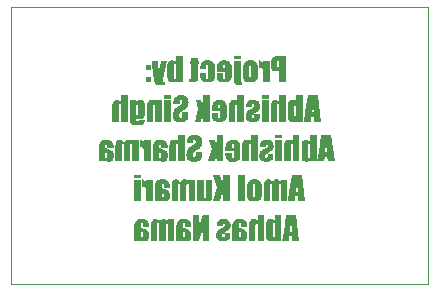
<source format=gbr>
%TF.GenerationSoftware,KiCad,Pcbnew,8.0.1*%
%TF.CreationDate,2024-04-10T08:00:09+05:30*%
%TF.ProjectId,AquaSense,41717561-5365-46e7-9365-2e6b69636164,V 1.0*%
%TF.SameCoordinates,Original*%
%TF.FileFunction,Legend,Bot*%
%TF.FilePolarity,Positive*%
%FSLAX46Y46*%
G04 Gerber Fmt 4.6, Leading zero omitted, Abs format (unit mm)*
G04 Created by KiCad (PCBNEW 8.0.1) date 2024-04-10 08:00:09*
%MOMM*%
%LPD*%
G01*
G04 APERTURE LIST*
%ADD10C,0.100000*%
%ADD11C,0.375000*%
G04 APERTURE END LIST*
D10*
X75678000Y-77272000D02*
X110948000Y-77272000D01*
X110948000Y-100752000D01*
X75678000Y-100752000D01*
X75678000Y-77272000D01*
D11*
G36*
X98958676Y-83612000D02*
G01*
X98380309Y-83612000D01*
X98380309Y-82705370D01*
X98224970Y-82705370D01*
X98213195Y-82705320D01*
X98113573Y-82700361D01*
X98016295Y-82685335D01*
X97918201Y-82654079D01*
X97896776Y-82643980D01*
X97813936Y-82586518D01*
X97756513Y-82506068D01*
X97753808Y-82499912D01*
X97726459Y-82399652D01*
X97715297Y-82296965D01*
X97712549Y-82198810D01*
X97712549Y-82129934D01*
X98196150Y-82129934D01*
X98198623Y-82192295D01*
X98227413Y-82291623D01*
X98240671Y-82304737D01*
X98337811Y-82330213D01*
X98380309Y-82328748D01*
X98380309Y-81767478D01*
X98328713Y-81769615D01*
X98231809Y-81801672D01*
X98206214Y-81850766D01*
X98196150Y-81948706D01*
X98196150Y-82129934D01*
X97712549Y-82129934D01*
X97712549Y-82007324D01*
X97714365Y-81899909D01*
X97720643Y-81800590D01*
X97735508Y-81702997D01*
X97765697Y-81616930D01*
X97821970Y-81534958D01*
X97834439Y-81522240D01*
X97919939Y-81464126D01*
X98012968Y-81428957D01*
X98073745Y-81414682D01*
X98178655Y-81400371D01*
X98277902Y-81394074D01*
X98375912Y-81392321D01*
X98958676Y-81392321D01*
X98958676Y-83612000D01*
G37*
G36*
X97014991Y-81798741D02*
G01*
X97036973Y-82060080D01*
X96987898Y-81965553D01*
X96920962Y-81878408D01*
X96843602Y-81816181D01*
X96742424Y-81775576D01*
X96686729Y-81767478D01*
X96686729Y-82424002D01*
X96789700Y-82429704D01*
X96886536Y-82452866D01*
X96910944Y-82464547D01*
X96983148Y-82534631D01*
X96998871Y-82576410D01*
X97009891Y-82675145D01*
X97013716Y-82776536D01*
X97014928Y-82875913D01*
X97014991Y-82907603D01*
X97014991Y-83612000D01*
X97569911Y-83612000D01*
X97569911Y-81798741D01*
X97014991Y-81798741D01*
G37*
G36*
X96033737Y-81769576D02*
G01*
X96133739Y-81781667D01*
X96234418Y-81808113D01*
X96331600Y-81853451D01*
X96412209Y-81912670D01*
X96481155Y-81990484D01*
X96529437Y-82081574D01*
X96553372Y-82159304D01*
X96572126Y-82263246D01*
X96581529Y-82370300D01*
X96584147Y-82475293D01*
X96584147Y-82939355D01*
X96583881Y-82981572D01*
X96580568Y-83084246D01*
X96572316Y-83182529D01*
X96553861Y-83285203D01*
X96547830Y-83306518D01*
X96510377Y-83398040D01*
X96453233Y-83481574D01*
X96429715Y-83505924D01*
X96349145Y-83563573D01*
X96254908Y-83603207D01*
X96238690Y-83608057D01*
X96141650Y-83629141D01*
X96041911Y-83640094D01*
X95942765Y-83643263D01*
X95852906Y-83639553D01*
X95751264Y-83624944D01*
X95650651Y-83596368D01*
X95604638Y-83576796D01*
X95516019Y-83522018D01*
X95442556Y-83450311D01*
X95418599Y-83418965D01*
X95369260Y-83334116D01*
X95337043Y-83237331D01*
X95327336Y-83181295D01*
X95323396Y-83140122D01*
X95867050Y-83140122D01*
X95868057Y-83194314D01*
X95883170Y-83294972D01*
X95948139Y-83330632D01*
X96012619Y-83291553D01*
X96025578Y-83224008D01*
X96029227Y-83122048D01*
X96029227Y-82294065D01*
X96027605Y-82216299D01*
X96012619Y-82116745D01*
X95946673Y-82080108D01*
X95882193Y-82116745D01*
X95869948Y-82190882D01*
X95867050Y-82294065D01*
X95867050Y-83140122D01*
X95323396Y-83140122D01*
X95317604Y-83079591D01*
X95313322Y-82979886D01*
X95312130Y-82879271D01*
X95312130Y-82435726D01*
X95313416Y-82356412D01*
X95320631Y-82250666D01*
X95338997Y-82149473D01*
X95340721Y-82143587D01*
X95380502Y-82050958D01*
X95438648Y-81966780D01*
X95473413Y-81929497D01*
X95553480Y-81868815D01*
X95645277Y-81822676D01*
X95662216Y-81815992D01*
X95762814Y-81786937D01*
X95865186Y-81771844D01*
X95966213Y-81767478D01*
X96033737Y-81769576D01*
G37*
G36*
X94549604Y-81392321D02*
G01*
X94549604Y-81673688D01*
X95121132Y-81673688D01*
X95121132Y-81392321D01*
X94549604Y-81392321D01*
G37*
G36*
X94549604Y-81798741D02*
G01*
X94549604Y-83230492D01*
X94550095Y-83333174D01*
X94551858Y-83431406D01*
X94556376Y-83533174D01*
X94559862Y-83572432D01*
X94587198Y-83670837D01*
X94623365Y-83729236D01*
X94698757Y-83797060D01*
X94765026Y-83829376D01*
X94867343Y-83852867D01*
X94967070Y-83860954D01*
X95030274Y-83862104D01*
X95244719Y-83862104D01*
X95244719Y-83580736D01*
X95147541Y-83569381D01*
X95133833Y-83558755D01*
X95123563Y-83461227D01*
X95121442Y-83357865D01*
X95121132Y-83284714D01*
X95121132Y-81798741D01*
X94549604Y-81798741D01*
G37*
G36*
X93791729Y-81768122D02*
G01*
X93893369Y-81777782D01*
X93998146Y-81802110D01*
X94094335Y-81840750D01*
X94178170Y-81892537D01*
X94251765Y-81964049D01*
X94305850Y-82050799D01*
X94334060Y-82125476D01*
X94356162Y-82224524D01*
X94367244Y-82325930D01*
X94370330Y-82424979D01*
X94370330Y-82953032D01*
X94368050Y-83058940D01*
X94360169Y-83158851D01*
X94341509Y-83260778D01*
X94335702Y-83280407D01*
X94294557Y-83373916D01*
X94237950Y-83454219D01*
X94202210Y-83490910D01*
X94120828Y-83549626D01*
X94028390Y-83592949D01*
X94019923Y-83596044D01*
X93921503Y-83623609D01*
X93823615Y-83638349D01*
X93717713Y-83643263D01*
X93620602Y-83639244D01*
X93515029Y-83623418D01*
X93416317Y-83592460D01*
X93372731Y-83571640D01*
X93288428Y-83514394D01*
X93217992Y-83440541D01*
X93208386Y-83427890D01*
X93153756Y-83342111D01*
X93118341Y-83250032D01*
X93108938Y-83200511D01*
X93099387Y-83099464D01*
X93096848Y-82994065D01*
X93096848Y-82861685D01*
X93622947Y-82861685D01*
X93622947Y-83101043D01*
X93625486Y-83183680D01*
X93644440Y-83283737D01*
X93728948Y-83330632D01*
X93797825Y-83294972D01*
X93811014Y-83236720D01*
X93815410Y-83134260D01*
X93815410Y-82736633D01*
X93096848Y-82736633D01*
X93096848Y-82496787D01*
X93097955Y-82455265D01*
X93653233Y-82455265D01*
X93815410Y-82455265D01*
X93815410Y-82315070D01*
X93813794Y-82218964D01*
X93801732Y-82117233D01*
X93730413Y-82080108D01*
X93668376Y-82123584D01*
X93655732Y-82211828D01*
X93653233Y-82315070D01*
X93653233Y-82455265D01*
X93097955Y-82455265D01*
X93099769Y-82387252D01*
X93108535Y-82289031D01*
X93125708Y-82190632D01*
X93157908Y-82088413D01*
X93161813Y-82079401D01*
X93216481Y-81987640D01*
X93284811Y-81915941D01*
X93370888Y-81855405D01*
X93451946Y-81816937D01*
X93555325Y-81786798D01*
X93658052Y-81771685D01*
X93756303Y-81767478D01*
X93791729Y-81768122D01*
G37*
G36*
X91696848Y-82486528D02*
G01*
X92220016Y-82486528D01*
X92220016Y-82272083D01*
X92225117Y-82173495D01*
X92238090Y-82120164D01*
X92304035Y-82080108D01*
X92368515Y-82114791D01*
X92384086Y-82214717D01*
X92385124Y-82269641D01*
X92385124Y-83134260D01*
X92376513Y-83233635D01*
X92360700Y-83281783D01*
X92287427Y-83330632D01*
X92211223Y-83278852D01*
X92194011Y-83178064D01*
X92191195Y-83082969D01*
X92191195Y-82861685D01*
X91696848Y-82861685D01*
X91698405Y-82963840D01*
X91702127Y-83062561D01*
X91710336Y-83167501D01*
X91712968Y-83188971D01*
X91737518Y-83285315D01*
X91782082Y-83376620D01*
X91804803Y-83412209D01*
X91869718Y-83490107D01*
X91947960Y-83552343D01*
X92007524Y-83585133D01*
X92100204Y-83618228D01*
X92196680Y-83636394D01*
X92304796Y-83643206D01*
X92316247Y-83643263D01*
X92414392Y-83639452D01*
X92515165Y-83625767D01*
X92614010Y-83598475D01*
X92688962Y-83563639D01*
X92773865Y-83501059D01*
X92839835Y-83423471D01*
X92883379Y-83339913D01*
X92913261Y-83238066D01*
X92929198Y-83139620D01*
X92937332Y-83041109D01*
X92940044Y-82931050D01*
X92940044Y-82416675D01*
X92937143Y-82308475D01*
X92926947Y-82203684D01*
X92904514Y-82099953D01*
X92893637Y-82068873D01*
X92843629Y-81984518D01*
X92771718Y-81913468D01*
X92694335Y-81859801D01*
X92603154Y-81815172D01*
X92501616Y-81785149D01*
X92402667Y-81770723D01*
X92323086Y-81767478D01*
X92218581Y-81773217D01*
X92121952Y-81790436D01*
X92022660Y-81823529D01*
X91952326Y-81859313D01*
X91866220Y-81921385D01*
X91794756Y-82000463D01*
X91747650Y-82090855D01*
X91720860Y-82189525D01*
X91705232Y-82297743D01*
X91698088Y-82409377D01*
X91696848Y-82486528D01*
G37*
G36*
X90954838Y-81548636D02*
G01*
X90954838Y-81830004D01*
X90805361Y-81830004D01*
X90805361Y-82111371D01*
X90954838Y-82111371D01*
X90954838Y-83105440D01*
X90953025Y-83204091D01*
X90940626Y-83301842D01*
X90936275Y-83309627D01*
X90835716Y-83329627D01*
X90781914Y-83330632D01*
X90781914Y-83612000D01*
X91005640Y-83612000D01*
X91103674Y-83610763D01*
X91207699Y-83605268D01*
X91276261Y-83596368D01*
X91370180Y-83560189D01*
X91419388Y-83523095D01*
X91478197Y-83444747D01*
X91496080Y-83391692D01*
X91506432Y-83288483D01*
X91510025Y-83181746D01*
X91511164Y-83076877D01*
X91511223Y-83043402D01*
X91511223Y-82111371D01*
X91630902Y-82111371D01*
X91630902Y-81830004D01*
X91511223Y-81830004D01*
X91511223Y-81548636D01*
X90954838Y-81548636D01*
G37*
G36*
X90195731Y-83612000D02*
G01*
X89676471Y-83612000D01*
X89640811Y-83470827D01*
X89571860Y-83542333D01*
X89486450Y-83600276D01*
X89404326Y-83631131D01*
X89304245Y-83643263D01*
X89254625Y-83640755D01*
X89156071Y-83618120D01*
X89069771Y-83571944D01*
X89057659Y-83562867D01*
X88988683Y-83493664D01*
X88943742Y-83402439D01*
X88927370Y-83314947D01*
X88919001Y-83209763D01*
X88916875Y-83105928D01*
X88916875Y-83081993D01*
X89471795Y-83081993D01*
X89474062Y-83187460D01*
X89487915Y-83288133D01*
X89555815Y-83330632D01*
X89623714Y-83289110D01*
X89637990Y-83202434D01*
X89640811Y-83100066D01*
X89640811Y-82309697D01*
X89639022Y-82217867D01*
X89625668Y-82118210D01*
X89559723Y-82080108D01*
X89489869Y-82123584D01*
X89474778Y-82210169D01*
X89471795Y-82309697D01*
X89471795Y-83081993D01*
X88916875Y-83081993D01*
X88916875Y-82290157D01*
X88917102Y-82230828D01*
X88918915Y-82132635D01*
X88926157Y-82028329D01*
X88933885Y-81993514D01*
X88978913Y-81902788D01*
X89021244Y-81855235D01*
X89106896Y-81803137D01*
X89204196Y-81775313D01*
X89304245Y-81767478D01*
X89393639Y-81776279D01*
X89487427Y-81807533D01*
X89568027Y-81857481D01*
X89640811Y-81928189D01*
X89640811Y-81392321D01*
X90195731Y-81392321D01*
X90195731Y-83612000D01*
G37*
G36*
X87579890Y-81798741D02*
G01*
X87739136Y-83107882D01*
X87752646Y-83217614D01*
X87767366Y-83328053D01*
X87782814Y-83431086D01*
X87801663Y-83532376D01*
X87832882Y-83629577D01*
X87882509Y-83714330D01*
X87886171Y-83718978D01*
X87961931Y-83786320D01*
X88050302Y-83827422D01*
X88146793Y-83848556D01*
X88254279Y-83858717D01*
X88357991Y-83861969D01*
X88386380Y-83862104D01*
X88722947Y-83862104D01*
X88722947Y-83580736D01*
X88622225Y-83577946D01*
X88556862Y-83568036D01*
X88519737Y-83509418D01*
X88535899Y-83409927D01*
X88553931Y-83318908D01*
X88857769Y-81798741D01*
X88353651Y-81798741D01*
X88171935Y-83050729D01*
X88084007Y-81798741D01*
X87579890Y-81798741D01*
G37*
G36*
X87068934Y-82173898D02*
G01*
X87068934Y-82611581D01*
X87487566Y-82611581D01*
X87487566Y-82173898D01*
X87068934Y-82173898D01*
G37*
G36*
X87068934Y-83174316D02*
G01*
X87068934Y-83612000D01*
X87487566Y-83612000D01*
X87487566Y-83174316D01*
X87068934Y-83174316D01*
G37*
G36*
X101936485Y-86972000D02*
G01*
X101337113Y-86972000D01*
X101302919Y-86565579D01*
X101095313Y-86565579D01*
X101066492Y-86972000D01*
X100474447Y-86972000D01*
X100591065Y-86190422D01*
X101111921Y-86190422D01*
X101309758Y-86190422D01*
X101305057Y-86129826D01*
X101294645Y-86014751D01*
X101283998Y-85910016D01*
X101271290Y-85794016D01*
X101256521Y-85666750D01*
X101244091Y-85563908D01*
X101230503Y-85454729D01*
X101215755Y-85339212D01*
X101199849Y-85217359D01*
X101191605Y-85324769D01*
X101183362Y-85428831D01*
X101175119Y-85529544D01*
X101166876Y-85626908D01*
X101155885Y-85751518D01*
X101144894Y-85870174D01*
X101133903Y-85982877D01*
X101122912Y-86089626D01*
X101111921Y-86190422D01*
X100591065Y-86190422D01*
X100805641Y-84752321D01*
X101642417Y-84752321D01*
X101936485Y-86972000D01*
G37*
G36*
X100400198Y-86972000D02*
G01*
X99880937Y-86972000D01*
X99845278Y-86830827D01*
X99776327Y-86902333D01*
X99690916Y-86960276D01*
X99608792Y-86991131D01*
X99508711Y-87003263D01*
X99459092Y-87000755D01*
X99360538Y-86978120D01*
X99274238Y-86931944D01*
X99262125Y-86922867D01*
X99193149Y-86853664D01*
X99148209Y-86762439D01*
X99131837Y-86674947D01*
X99123467Y-86569763D01*
X99121342Y-86465928D01*
X99121342Y-86441993D01*
X99676262Y-86441993D01*
X99678529Y-86547460D01*
X99692382Y-86648133D01*
X99760281Y-86690632D01*
X99828181Y-86649110D01*
X99842456Y-86562434D01*
X99845278Y-86460066D01*
X99845278Y-85669697D01*
X99843488Y-85577867D01*
X99830135Y-85478210D01*
X99764189Y-85440108D01*
X99694336Y-85483584D01*
X99679245Y-85570169D01*
X99676262Y-85669697D01*
X99676262Y-86441993D01*
X99121342Y-86441993D01*
X99121342Y-85650157D01*
X99121569Y-85590828D01*
X99123381Y-85492635D01*
X99130623Y-85388329D01*
X99138351Y-85353514D01*
X99183380Y-85262788D01*
X99225711Y-85215235D01*
X99311363Y-85163137D01*
X99408662Y-85135313D01*
X99508711Y-85127478D01*
X99598105Y-85136279D01*
X99691893Y-85167533D01*
X99772493Y-85217481D01*
X99845278Y-85288189D01*
X99845278Y-84752321D01*
X100400198Y-84752321D01*
X100400198Y-86972000D01*
G37*
G36*
X98391544Y-84752321D02*
G01*
X98391544Y-85262788D01*
X98312459Y-85200295D01*
X98237183Y-85161183D01*
X98140051Y-85133929D01*
X98059374Y-85127478D01*
X97956311Y-85137850D01*
X97858458Y-85172498D01*
X97811712Y-85201239D01*
X97737286Y-85270081D01*
X97689781Y-85359291D01*
X97686659Y-85371232D01*
X97671795Y-85475702D01*
X97665943Y-85578819D01*
X97663790Y-85691629D01*
X97663701Y-85722942D01*
X97663701Y-86972000D01*
X98218620Y-86972000D01*
X98218620Y-85689725D01*
X98220887Y-85586364D01*
X98233749Y-85488458D01*
X98234740Y-85485538D01*
X98305082Y-85440108D01*
X98373959Y-85487003D01*
X98389466Y-85587672D01*
X98391544Y-85672139D01*
X98391544Y-86972000D01*
X98946464Y-86972000D01*
X98946464Y-84752321D01*
X98391544Y-84752321D01*
G37*
G36*
X96909479Y-84752321D02*
G01*
X96909479Y-85033688D01*
X97481007Y-85033688D01*
X97481007Y-84752321D01*
X96909479Y-84752321D01*
G37*
G36*
X96909479Y-85158741D02*
G01*
X96909479Y-86972000D01*
X97481007Y-86972000D01*
X97481007Y-85158741D01*
X96909479Y-85158741D01*
G37*
G36*
X95581775Y-85752739D02*
G01*
X96073680Y-85752739D01*
X96073680Y-85647226D01*
X96076485Y-85547903D01*
X96088334Y-85476256D01*
X96160142Y-85440108D01*
X96229995Y-85470883D01*
X96253442Y-85563695D01*
X96246848Y-85663987D01*
X96241719Y-85686305D01*
X96178950Y-85766447D01*
X96171865Y-85772279D01*
X96082595Y-85829309D01*
X95995669Y-85875744D01*
X95932019Y-85907589D01*
X95834202Y-85958630D01*
X95741932Y-86015302D01*
X95663016Y-86076941D01*
X95614992Y-86129850D01*
X95568853Y-86221212D01*
X95546670Y-86317707D01*
X95539350Y-86420378D01*
X95539276Y-86432711D01*
X95542879Y-86537034D01*
X95555544Y-86638120D01*
X95583408Y-86738267D01*
X95596918Y-86768301D01*
X95656570Y-86851438D01*
X95734388Y-86913010D01*
X95789870Y-86942202D01*
X95889476Y-86976966D01*
X95991447Y-86996047D01*
X96092521Y-87003024D01*
X96116178Y-87003263D01*
X96218119Y-86999049D01*
X96323679Y-86984237D01*
X96419579Y-86958761D01*
X96478146Y-86935852D01*
X96570500Y-86883907D01*
X96645971Y-86814470D01*
X96685264Y-86753646D01*
X96717247Y-86660479D01*
X96733540Y-86563557D01*
X96740562Y-86461769D01*
X96741440Y-86405356D01*
X96741440Y-86315475D01*
X96249535Y-86315475D01*
X96249535Y-86439062D01*
X96246924Y-86541575D01*
X96232114Y-86640668D01*
X96230972Y-86643737D01*
X96157699Y-86690632D01*
X96075145Y-86661323D01*
X96052270Y-86565135D01*
X96051698Y-86537247D01*
X96058353Y-86436440D01*
X96081984Y-86374093D01*
X96168745Y-86314723D01*
X96261626Y-86259975D01*
X96352564Y-86208375D01*
X96404873Y-86179187D01*
X96489932Y-86128623D01*
X96572195Y-86071933D01*
X96651102Y-86002686D01*
X96703338Y-85930548D01*
X96737812Y-85832726D01*
X96754035Y-85730121D01*
X96756583Y-85664812D01*
X96752980Y-85563024D01*
X96740315Y-85465591D01*
X96712451Y-85371064D01*
X96698941Y-85343388D01*
X96633078Y-85261844D01*
X96552066Y-85206385D01*
X96503059Y-85183653D01*
X96402765Y-85151670D01*
X96302473Y-85134115D01*
X96204787Y-85127697D01*
X96182124Y-85127478D01*
X96084472Y-85131187D01*
X95986030Y-85144010D01*
X95889977Y-85168693D01*
X95873889Y-85174372D01*
X95780451Y-85217156D01*
X95696882Y-85279145D01*
X95678983Y-85297959D01*
X95619203Y-85380683D01*
X95596429Y-85440108D01*
X95584580Y-85537241D01*
X95581789Y-85636613D01*
X95581775Y-85645272D01*
X95581775Y-85752739D01*
G37*
G36*
X94843184Y-84752321D02*
G01*
X94843184Y-85262788D01*
X94764099Y-85200295D01*
X94688823Y-85161183D01*
X94591690Y-85133929D01*
X94511014Y-85127478D01*
X94407951Y-85137850D01*
X94310098Y-85172498D01*
X94263352Y-85201239D01*
X94188926Y-85270081D01*
X94141421Y-85359291D01*
X94138299Y-85371232D01*
X94123434Y-85475702D01*
X94117583Y-85578819D01*
X94115430Y-85691629D01*
X94115341Y-85722942D01*
X94115341Y-86972000D01*
X94670260Y-86972000D01*
X94670260Y-85689725D01*
X94672527Y-85586364D01*
X94685389Y-85488458D01*
X94686380Y-85485538D01*
X94756722Y-85440108D01*
X94825599Y-85487003D01*
X94841106Y-85587672D01*
X94843184Y-85672139D01*
X94843184Y-86972000D01*
X95398104Y-86972000D01*
X95398104Y-84752321D01*
X94843184Y-84752321D01*
G37*
G36*
X93370655Y-85128122D02*
G01*
X93472295Y-85137782D01*
X93577071Y-85162110D01*
X93673261Y-85200750D01*
X93757095Y-85252537D01*
X93830690Y-85324049D01*
X93884775Y-85410799D01*
X93912985Y-85485476D01*
X93935087Y-85584524D01*
X93946170Y-85685930D01*
X93949255Y-85784979D01*
X93949255Y-86313032D01*
X93946976Y-86418940D01*
X93939095Y-86518851D01*
X93920435Y-86620778D01*
X93914627Y-86640407D01*
X93873483Y-86733916D01*
X93816876Y-86814219D01*
X93781136Y-86850910D01*
X93699754Y-86909626D01*
X93607315Y-86952949D01*
X93598849Y-86956044D01*
X93500429Y-86983609D01*
X93402541Y-86998349D01*
X93296639Y-87003263D01*
X93199528Y-86999244D01*
X93093955Y-86983418D01*
X92995243Y-86952460D01*
X92951657Y-86931640D01*
X92867354Y-86874394D01*
X92796918Y-86800541D01*
X92787312Y-86787890D01*
X92732682Y-86702111D01*
X92697267Y-86610032D01*
X92687863Y-86560511D01*
X92678313Y-86459464D01*
X92675773Y-86354065D01*
X92675773Y-86221685D01*
X93201872Y-86221685D01*
X93201872Y-86461043D01*
X93204412Y-86543680D01*
X93223366Y-86643737D01*
X93307874Y-86690632D01*
X93376750Y-86654972D01*
X93389939Y-86596720D01*
X93394336Y-86494260D01*
X93394336Y-86096633D01*
X92675773Y-86096633D01*
X92675773Y-85856787D01*
X92676881Y-85815265D01*
X93232158Y-85815265D01*
X93394336Y-85815265D01*
X93394336Y-85675070D01*
X93392719Y-85578964D01*
X93380658Y-85477233D01*
X93309339Y-85440108D01*
X93247301Y-85483584D01*
X93234658Y-85571828D01*
X93232158Y-85675070D01*
X93232158Y-85815265D01*
X92676881Y-85815265D01*
X92678695Y-85747252D01*
X92687461Y-85649031D01*
X92704634Y-85550632D01*
X92736834Y-85448413D01*
X92740739Y-85439401D01*
X92795406Y-85347640D01*
X92863737Y-85275941D01*
X92949814Y-85215405D01*
X93030872Y-85176937D01*
X93134251Y-85146798D01*
X93236978Y-85131685D01*
X93335229Y-85127478D01*
X93370655Y-85128122D01*
G37*
G36*
X91307525Y-85158741D02*
G01*
X91532717Y-85893423D01*
X91240114Y-86972000D01*
X91774517Y-86972000D01*
X91947441Y-86190911D01*
X91947441Y-86972000D01*
X92502361Y-86972000D01*
X92502361Y-84752321D01*
X91947441Y-84752321D01*
X91947441Y-85697540D01*
X91774517Y-85158741D01*
X91307525Y-85158741D01*
G37*
G36*
X89429786Y-85440108D02*
G01*
X89967120Y-85440108D01*
X89967120Y-85275000D01*
X89972910Y-85176087D01*
X89987636Y-85127966D01*
X90056513Y-85096214D01*
X90135159Y-85136270D01*
X90161370Y-85232600D01*
X90162026Y-85256926D01*
X90152443Y-85357356D01*
X90131740Y-85413242D01*
X90060146Y-85486567D01*
X89976420Y-85543880D01*
X89968097Y-85549041D01*
X89876086Y-85607399D01*
X89793005Y-85662797D01*
X89701713Y-85727879D01*
X89624373Y-85788334D01*
X89549984Y-85854772D01*
X89482054Y-85932990D01*
X89433646Y-86028075D01*
X89403918Y-86136145D01*
X89388173Y-86248888D01*
X89382305Y-86359032D01*
X89381914Y-86398517D01*
X89385395Y-86507602D01*
X89397631Y-86612003D01*
X89424550Y-86713262D01*
X89437602Y-86742900D01*
X89499939Y-86826793D01*
X89579385Y-86888713D01*
X89652535Y-86928524D01*
X89746246Y-86964653D01*
X89848225Y-86988957D01*
X89945816Y-87000635D01*
X90023296Y-87003263D01*
X90121751Y-86999055D01*
X90226256Y-86983943D01*
X90322213Y-86957839D01*
X90419946Y-86915335D01*
X90503306Y-86862089D01*
X90574899Y-86794045D01*
X90628087Y-86708397D01*
X90634880Y-86691609D01*
X90661670Y-86595266D01*
X90677298Y-86489470D01*
X90684442Y-86380248D01*
X90685683Y-86304728D01*
X90685683Y-86159159D01*
X90148348Y-86159159D01*
X90148348Y-86430757D01*
X90143411Y-86528810D01*
X90125878Y-86592446D01*
X90045278Y-86628106D01*
X89959793Y-86583165D01*
X89932816Y-86485945D01*
X89931461Y-86449320D01*
X89935711Y-86350114D01*
X89954602Y-86251138D01*
X89985194Y-86193842D01*
X90063827Y-86126683D01*
X90146864Y-86068104D01*
X90229027Y-86014209D01*
X90255327Y-85997471D01*
X90342822Y-85940947D01*
X90425758Y-85884992D01*
X90510083Y-85823110D01*
X90541579Y-85796703D01*
X90605449Y-85721110D01*
X90654457Y-85628281D01*
X90657350Y-85621337D01*
X90687080Y-85520128D01*
X90700398Y-85418371D01*
X90703268Y-85335084D01*
X90700159Y-85231711D01*
X90688993Y-85129426D01*
X90663614Y-85025356D01*
X90638299Y-84968231D01*
X90577941Y-84888181D01*
X90495051Y-84822418D01*
X90427274Y-84786515D01*
X90330378Y-84751996D01*
X90233057Y-84731860D01*
X90126153Y-84722080D01*
X90075564Y-84721057D01*
X89967120Y-84725606D01*
X89866980Y-84739254D01*
X89764250Y-84765481D01*
X89691614Y-84793842D01*
X89602885Y-84843005D01*
X89524117Y-84911699D01*
X89481565Y-84977024D01*
X89452085Y-85071162D01*
X89437067Y-85175319D01*
X89431050Y-85273212D01*
X89429786Y-85352181D01*
X89429786Y-85440108D01*
G37*
G36*
X88652117Y-84752321D02*
G01*
X88652117Y-85033688D01*
X89223645Y-85033688D01*
X89223645Y-84752321D01*
X88652117Y-84752321D01*
G37*
G36*
X88652117Y-85158741D02*
G01*
X88652117Y-86972000D01*
X89223645Y-86972000D01*
X89223645Y-85158741D01*
X88652117Y-85158741D01*
G37*
G36*
X87893498Y-85158741D02*
G01*
X87902780Y-85322872D01*
X87840197Y-85242014D01*
X87760665Y-85179427D01*
X87755257Y-85176326D01*
X87661223Y-85139690D01*
X87561089Y-85127525D01*
X87554001Y-85127478D01*
X87454075Y-85136889D01*
X87356248Y-85171657D01*
X87320505Y-85194400D01*
X87249600Y-85264761D01*
X87205438Y-85356611D01*
X87203756Y-85362928D01*
X87186678Y-85467974D01*
X87179954Y-85567052D01*
X87177481Y-85673221D01*
X87177378Y-85702425D01*
X87177378Y-86972000D01*
X87732298Y-86972000D01*
X87732298Y-85710729D01*
X87733538Y-85607546D01*
X87740050Y-85506617D01*
X87744999Y-85481630D01*
X87813387Y-85440108D01*
X87887636Y-85487491D01*
X87899881Y-85590875D01*
X87902543Y-85691587D01*
X87902780Y-85740527D01*
X87902780Y-86972000D01*
X88457699Y-86972000D01*
X88457699Y-85158741D01*
X87893498Y-85158741D01*
G37*
G36*
X86645047Y-85127587D02*
G01*
X86743038Y-85138449D01*
X86841815Y-85175863D01*
X86917504Y-85239829D01*
X86958323Y-85305012D01*
X86990304Y-85399873D01*
X87006340Y-85503332D01*
X87010805Y-85608636D01*
X87010805Y-86261253D01*
X87009098Y-86335568D01*
X86999522Y-86436575D01*
X86975145Y-86537247D01*
X86972857Y-86543256D01*
X86920024Y-86629535D01*
X86842766Y-86693563D01*
X86797736Y-86716784D01*
X86700838Y-86744777D01*
X86596080Y-86753158D01*
X86527039Y-86747595D01*
X86430484Y-86719452D01*
X86358012Y-86680662D01*
X86280030Y-86619313D01*
X86280030Y-86766347D01*
X86281653Y-86830635D01*
X86300546Y-86932432D01*
X86384566Y-86972000D01*
X86447678Y-86944522D01*
X86472493Y-86846947D01*
X87010805Y-86846947D01*
X87003329Y-86938538D01*
X86976370Y-87041853D01*
X86922832Y-87132391D01*
X86844719Y-87195726D01*
X86834573Y-87201196D01*
X86734066Y-87242609D01*
X86630843Y-87267613D01*
X86529804Y-87280376D01*
X86418760Y-87284630D01*
X86366049Y-87283867D01*
X86255822Y-87276568D01*
X86157187Y-87261542D01*
X86061188Y-87235782D01*
X86001990Y-87212521D01*
X85914429Y-87162855D01*
X85839416Y-87095098D01*
X85782221Y-87016518D01*
X85746604Y-86920709D01*
X85739648Y-86849296D01*
X85735591Y-86751661D01*
X85733878Y-86653871D01*
X85733415Y-86554833D01*
X85733415Y-86197750D01*
X86289800Y-86197750D01*
X86292135Y-86298294D01*
X86306408Y-86396563D01*
X86377727Y-86440527D01*
X86440742Y-86404379D01*
X86452099Y-86346371D01*
X86455885Y-86245621D01*
X86455885Y-85633549D01*
X86454664Y-85580670D01*
X86436345Y-85479187D01*
X86367957Y-85440108D01*
X86304454Y-85474302D01*
X86293463Y-85531211D01*
X86289800Y-85633549D01*
X86289800Y-86197750D01*
X85733415Y-86197750D01*
X85733415Y-85158741D01*
X86249744Y-85158741D01*
X86289800Y-85299913D01*
X86357076Y-85228758D01*
X86443184Y-85170953D01*
X86533432Y-85138346D01*
X86633205Y-85127478D01*
X86645047Y-85127587D01*
G37*
G36*
X84987497Y-84752321D02*
G01*
X84987497Y-85262788D01*
X84908412Y-85200295D01*
X84833135Y-85161183D01*
X84736003Y-85133929D01*
X84655327Y-85127478D01*
X84552264Y-85137850D01*
X84454411Y-85172498D01*
X84407664Y-85201239D01*
X84333239Y-85270081D01*
X84285734Y-85359291D01*
X84282612Y-85371232D01*
X84267747Y-85475702D01*
X84261895Y-85578819D01*
X84259743Y-85691629D01*
X84259653Y-85722942D01*
X84259653Y-86972000D01*
X84814573Y-86972000D01*
X84814573Y-85689725D01*
X84816840Y-85586364D01*
X84829701Y-85488458D01*
X84830693Y-85485538D01*
X84901035Y-85440108D01*
X84969911Y-85487003D01*
X84985419Y-85587672D01*
X84987497Y-85672139D01*
X84987497Y-86972000D01*
X85542417Y-86972000D01*
X85542417Y-84752321D01*
X84987497Y-84752321D01*
G37*
G36*
X103086380Y-90332000D02*
G01*
X102487008Y-90332000D01*
X102452814Y-89925579D01*
X102245208Y-89925579D01*
X102216387Y-90332000D01*
X101624342Y-90332000D01*
X101740960Y-89550422D01*
X102261816Y-89550422D01*
X102459653Y-89550422D01*
X102454952Y-89489826D01*
X102444540Y-89374751D01*
X102433893Y-89270016D01*
X102421185Y-89154016D01*
X102406416Y-89026750D01*
X102393986Y-88923908D01*
X102380398Y-88814729D01*
X102365650Y-88699212D01*
X102349744Y-88577359D01*
X102341500Y-88684769D01*
X102333257Y-88788831D01*
X102325014Y-88889544D01*
X102316771Y-88986908D01*
X102305780Y-89111518D01*
X102294789Y-89230174D01*
X102283798Y-89342877D01*
X102272807Y-89449626D01*
X102261816Y-89550422D01*
X101740960Y-89550422D01*
X101955536Y-88112321D01*
X102792312Y-88112321D01*
X103086380Y-90332000D01*
G37*
G36*
X101550093Y-90332000D02*
G01*
X101030832Y-90332000D01*
X100995173Y-90190827D01*
X100926222Y-90262333D01*
X100840811Y-90320276D01*
X100758687Y-90351131D01*
X100658606Y-90363263D01*
X100608987Y-90360755D01*
X100510433Y-90338120D01*
X100424133Y-90291944D01*
X100412020Y-90282867D01*
X100343044Y-90213664D01*
X100298104Y-90122439D01*
X100281732Y-90034947D01*
X100273362Y-89929763D01*
X100271237Y-89825928D01*
X100271237Y-89801993D01*
X100826157Y-89801993D01*
X100828424Y-89907460D01*
X100842277Y-90008133D01*
X100910176Y-90050632D01*
X100978076Y-90009110D01*
X100992351Y-89922434D01*
X100995173Y-89820066D01*
X100995173Y-89029697D01*
X100993383Y-88937867D01*
X100980030Y-88838210D01*
X100914084Y-88800108D01*
X100844231Y-88843584D01*
X100829140Y-88930169D01*
X100826157Y-89029697D01*
X100826157Y-89801993D01*
X100271237Y-89801993D01*
X100271237Y-89010157D01*
X100271464Y-88950828D01*
X100273276Y-88852635D01*
X100280518Y-88748329D01*
X100288246Y-88713514D01*
X100333275Y-88622788D01*
X100375606Y-88575235D01*
X100461258Y-88523137D01*
X100558557Y-88495313D01*
X100658606Y-88487478D01*
X100748000Y-88496279D01*
X100841788Y-88527533D01*
X100922388Y-88577481D01*
X100995173Y-88648189D01*
X100995173Y-88112321D01*
X101550093Y-88112321D01*
X101550093Y-90332000D01*
G37*
G36*
X99541439Y-88112321D02*
G01*
X99541439Y-88622788D01*
X99462354Y-88560295D01*
X99387078Y-88521183D01*
X99289946Y-88493929D01*
X99209269Y-88487478D01*
X99106206Y-88497850D01*
X99008353Y-88532498D01*
X98961607Y-88561239D01*
X98887181Y-88630081D01*
X98839676Y-88719291D01*
X98836554Y-88731232D01*
X98821690Y-88835702D01*
X98815838Y-88938819D01*
X98813685Y-89051629D01*
X98813596Y-89082942D01*
X98813596Y-90332000D01*
X99368515Y-90332000D01*
X99368515Y-89049725D01*
X99370782Y-88946364D01*
X99383644Y-88848458D01*
X99384635Y-88845538D01*
X99454977Y-88800108D01*
X99523854Y-88847003D01*
X99539361Y-88947672D01*
X99541439Y-89032139D01*
X99541439Y-90332000D01*
X100096359Y-90332000D01*
X100096359Y-88112321D01*
X99541439Y-88112321D01*
G37*
G36*
X98059374Y-88112321D02*
G01*
X98059374Y-88393688D01*
X98630902Y-88393688D01*
X98630902Y-88112321D01*
X98059374Y-88112321D01*
G37*
G36*
X98059374Y-88518741D02*
G01*
X98059374Y-90332000D01*
X98630902Y-90332000D01*
X98630902Y-88518741D01*
X98059374Y-88518741D01*
G37*
G36*
X96731670Y-89112739D02*
G01*
X97223575Y-89112739D01*
X97223575Y-89007226D01*
X97226380Y-88907903D01*
X97238229Y-88836256D01*
X97310037Y-88800108D01*
X97379890Y-88830883D01*
X97403337Y-88923695D01*
X97396743Y-89023987D01*
X97391614Y-89046305D01*
X97328845Y-89126447D01*
X97321760Y-89132279D01*
X97232490Y-89189309D01*
X97145564Y-89235744D01*
X97081914Y-89267589D01*
X96984097Y-89318630D01*
X96891827Y-89375302D01*
X96812911Y-89436941D01*
X96764887Y-89489850D01*
X96718748Y-89581212D01*
X96696565Y-89677707D01*
X96689245Y-89780378D01*
X96689171Y-89792711D01*
X96692774Y-89897034D01*
X96705439Y-89998120D01*
X96733303Y-90098267D01*
X96746813Y-90128301D01*
X96806465Y-90211438D01*
X96884283Y-90273010D01*
X96939765Y-90302202D01*
X97039371Y-90336966D01*
X97141342Y-90356047D01*
X97242416Y-90363024D01*
X97266073Y-90363263D01*
X97368014Y-90359049D01*
X97473574Y-90344237D01*
X97569474Y-90318761D01*
X97628041Y-90295852D01*
X97720395Y-90243907D01*
X97795866Y-90174470D01*
X97835159Y-90113646D01*
X97867142Y-90020479D01*
X97883435Y-89923557D01*
X97890457Y-89821769D01*
X97891335Y-89765356D01*
X97891335Y-89675475D01*
X97399430Y-89675475D01*
X97399430Y-89799062D01*
X97396819Y-89901575D01*
X97382009Y-90000668D01*
X97380867Y-90003737D01*
X97307594Y-90050632D01*
X97225040Y-90021323D01*
X97202165Y-89925135D01*
X97201593Y-89897247D01*
X97208248Y-89796440D01*
X97231879Y-89734093D01*
X97318640Y-89674723D01*
X97411521Y-89619975D01*
X97502459Y-89568375D01*
X97554768Y-89539187D01*
X97639827Y-89488623D01*
X97722090Y-89431933D01*
X97800997Y-89362686D01*
X97853233Y-89290548D01*
X97887707Y-89192726D01*
X97903930Y-89090121D01*
X97906478Y-89024812D01*
X97902875Y-88923024D01*
X97890210Y-88825591D01*
X97862346Y-88731064D01*
X97848836Y-88703388D01*
X97782973Y-88621844D01*
X97701961Y-88566385D01*
X97652954Y-88543653D01*
X97552660Y-88511670D01*
X97452368Y-88494115D01*
X97354682Y-88487697D01*
X97332019Y-88487478D01*
X97234367Y-88491187D01*
X97135925Y-88504010D01*
X97039872Y-88528693D01*
X97023784Y-88534372D01*
X96930346Y-88577156D01*
X96846777Y-88639145D01*
X96828878Y-88657959D01*
X96769098Y-88740683D01*
X96746324Y-88800108D01*
X96734475Y-88897241D01*
X96731684Y-88996613D01*
X96731670Y-89005272D01*
X96731670Y-89112739D01*
G37*
G36*
X95993079Y-88112321D02*
G01*
X95993079Y-88622788D01*
X95913994Y-88560295D01*
X95838718Y-88521183D01*
X95741585Y-88493929D01*
X95660909Y-88487478D01*
X95557846Y-88497850D01*
X95459993Y-88532498D01*
X95413247Y-88561239D01*
X95338821Y-88630081D01*
X95291316Y-88719291D01*
X95288194Y-88731232D01*
X95273329Y-88835702D01*
X95267478Y-88938819D01*
X95265325Y-89051629D01*
X95265236Y-89082942D01*
X95265236Y-90332000D01*
X95820155Y-90332000D01*
X95820155Y-89049725D01*
X95822422Y-88946364D01*
X95835284Y-88848458D01*
X95836275Y-88845538D01*
X95906617Y-88800108D01*
X95975494Y-88847003D01*
X95991001Y-88947672D01*
X95993079Y-89032139D01*
X95993079Y-90332000D01*
X96547999Y-90332000D01*
X96547999Y-88112321D01*
X95993079Y-88112321D01*
G37*
G36*
X94520550Y-88488122D02*
G01*
X94622190Y-88497782D01*
X94726966Y-88522110D01*
X94823156Y-88560750D01*
X94906990Y-88612537D01*
X94980585Y-88684049D01*
X95034670Y-88770799D01*
X95062880Y-88845476D01*
X95084982Y-88944524D01*
X95096065Y-89045930D01*
X95099150Y-89144979D01*
X95099150Y-89673032D01*
X95096871Y-89778940D01*
X95088990Y-89878851D01*
X95070330Y-89980778D01*
X95064522Y-90000407D01*
X95023378Y-90093916D01*
X94966771Y-90174219D01*
X94931031Y-90210910D01*
X94849649Y-90269626D01*
X94757210Y-90312949D01*
X94748744Y-90316044D01*
X94650324Y-90343609D01*
X94552436Y-90358349D01*
X94446534Y-90363263D01*
X94349423Y-90359244D01*
X94243850Y-90343418D01*
X94145138Y-90312460D01*
X94101552Y-90291640D01*
X94017249Y-90234394D01*
X93946813Y-90160541D01*
X93937207Y-90147890D01*
X93882577Y-90062111D01*
X93847162Y-89970032D01*
X93837758Y-89920511D01*
X93828208Y-89819464D01*
X93825668Y-89714065D01*
X93825668Y-89581685D01*
X94351767Y-89581685D01*
X94351767Y-89821043D01*
X94354307Y-89903680D01*
X94373261Y-90003737D01*
X94457769Y-90050632D01*
X94526645Y-90014972D01*
X94539834Y-89956720D01*
X94544231Y-89854260D01*
X94544231Y-89456633D01*
X93825668Y-89456633D01*
X93825668Y-89216787D01*
X93826776Y-89175265D01*
X94382053Y-89175265D01*
X94544231Y-89175265D01*
X94544231Y-89035070D01*
X94542614Y-88938964D01*
X94530553Y-88837233D01*
X94459234Y-88800108D01*
X94397196Y-88843584D01*
X94384553Y-88931828D01*
X94382053Y-89035070D01*
X94382053Y-89175265D01*
X93826776Y-89175265D01*
X93828590Y-89107252D01*
X93837356Y-89009031D01*
X93854529Y-88910632D01*
X93886729Y-88808413D01*
X93890634Y-88799401D01*
X93945301Y-88707640D01*
X94013632Y-88635941D01*
X94099709Y-88575405D01*
X94180767Y-88536937D01*
X94284146Y-88506798D01*
X94386873Y-88491685D01*
X94485124Y-88487478D01*
X94520550Y-88488122D01*
G37*
G36*
X92457420Y-88518741D02*
G01*
X92682612Y-89253423D01*
X92390009Y-90332000D01*
X92924412Y-90332000D01*
X93097336Y-89550911D01*
X93097336Y-90332000D01*
X93652256Y-90332000D01*
X93652256Y-88112321D01*
X93097336Y-88112321D01*
X93097336Y-89057540D01*
X92924412Y-88518741D01*
X92457420Y-88518741D01*
G37*
G36*
X90579681Y-88800108D02*
G01*
X91117015Y-88800108D01*
X91117015Y-88635000D01*
X91122805Y-88536087D01*
X91137531Y-88487966D01*
X91206408Y-88456214D01*
X91285054Y-88496270D01*
X91311265Y-88592600D01*
X91311921Y-88616926D01*
X91302338Y-88717356D01*
X91281635Y-88773242D01*
X91210041Y-88846567D01*
X91126315Y-88903880D01*
X91117992Y-88909041D01*
X91025981Y-88967399D01*
X90942900Y-89022797D01*
X90851608Y-89087879D01*
X90774268Y-89148334D01*
X90699879Y-89214772D01*
X90631949Y-89292990D01*
X90583541Y-89388075D01*
X90553813Y-89496145D01*
X90538068Y-89608888D01*
X90532200Y-89719032D01*
X90531809Y-89758517D01*
X90535290Y-89867602D01*
X90547526Y-89972003D01*
X90574445Y-90073262D01*
X90587497Y-90102900D01*
X90649834Y-90186793D01*
X90729280Y-90248713D01*
X90802430Y-90288524D01*
X90896141Y-90324653D01*
X90998120Y-90348957D01*
X91095711Y-90360635D01*
X91173191Y-90363263D01*
X91271646Y-90359055D01*
X91376151Y-90343943D01*
X91472108Y-90317839D01*
X91569841Y-90275335D01*
X91653201Y-90222089D01*
X91724794Y-90154045D01*
X91777982Y-90068397D01*
X91784775Y-90051609D01*
X91811565Y-89955266D01*
X91827193Y-89849470D01*
X91834337Y-89740248D01*
X91835578Y-89664728D01*
X91835578Y-89519159D01*
X91298243Y-89519159D01*
X91298243Y-89790757D01*
X91293306Y-89888810D01*
X91275773Y-89952446D01*
X91195173Y-89988106D01*
X91109688Y-89943165D01*
X91082711Y-89845945D01*
X91081356Y-89809320D01*
X91085606Y-89710114D01*
X91104497Y-89611138D01*
X91135089Y-89553842D01*
X91213722Y-89486683D01*
X91296759Y-89428104D01*
X91378922Y-89374209D01*
X91405222Y-89357471D01*
X91492717Y-89300947D01*
X91575653Y-89244992D01*
X91659978Y-89183110D01*
X91691474Y-89156703D01*
X91755344Y-89081110D01*
X91804352Y-88988281D01*
X91807245Y-88981337D01*
X91836975Y-88880128D01*
X91850293Y-88778371D01*
X91853163Y-88695084D01*
X91850054Y-88591711D01*
X91838888Y-88489426D01*
X91813509Y-88385356D01*
X91788194Y-88328231D01*
X91727836Y-88248181D01*
X91644946Y-88182418D01*
X91577169Y-88146515D01*
X91480273Y-88111996D01*
X91382952Y-88091860D01*
X91276048Y-88082080D01*
X91225459Y-88081057D01*
X91117015Y-88085606D01*
X91016875Y-88099254D01*
X90914145Y-88125481D01*
X90841509Y-88153842D01*
X90752780Y-88203005D01*
X90674012Y-88271699D01*
X90631460Y-88337024D01*
X90601980Y-88431162D01*
X90586962Y-88535319D01*
X90580945Y-88633212D01*
X90579681Y-88712181D01*
X90579681Y-88800108D01*
G37*
G36*
X89818620Y-88112321D02*
G01*
X89818620Y-88622788D01*
X89739535Y-88560295D01*
X89664259Y-88521183D01*
X89567126Y-88493929D01*
X89486450Y-88487478D01*
X89383387Y-88497850D01*
X89285534Y-88532498D01*
X89238788Y-88561239D01*
X89164362Y-88630081D01*
X89116857Y-88719291D01*
X89113735Y-88731232D01*
X89098870Y-88835702D01*
X89093018Y-88938819D01*
X89090866Y-89051629D01*
X89090776Y-89082942D01*
X89090776Y-90332000D01*
X89645696Y-90332000D01*
X89645696Y-89049725D01*
X89647963Y-88946364D01*
X89660824Y-88848458D01*
X89661816Y-88845538D01*
X89732158Y-88800108D01*
X89801035Y-88847003D01*
X89816542Y-88947672D01*
X89818620Y-89032139D01*
X89818620Y-90332000D01*
X90373540Y-90332000D01*
X90373540Y-88112321D01*
X89818620Y-88112321D01*
G37*
G36*
X88391610Y-88490483D02*
G01*
X88495184Y-88503840D01*
X88598641Y-88531639D01*
X88688264Y-88572963D01*
X88755645Y-88617354D01*
X88828253Y-88683775D01*
X88884147Y-88770311D01*
X88887152Y-88777364D01*
X88915774Y-88876362D01*
X88929132Y-88979116D01*
X88932996Y-89087338D01*
X88932996Y-89206528D01*
X88412270Y-89206528D01*
X88412270Y-89019927D01*
X88410934Y-88938134D01*
X88398592Y-88835768D01*
X88328250Y-88800108D01*
X88257908Y-88842118D01*
X88240529Y-88919982D01*
X88236415Y-89022858D01*
X88237636Y-89073691D01*
X88255954Y-89170869D01*
X88272029Y-89187281D01*
X88357758Y-89235046D01*
X88454600Y-89277956D01*
X88548069Y-89315949D01*
X88594380Y-89334328D01*
X88689348Y-89375541D01*
X88784523Y-89425094D01*
X88868515Y-89489850D01*
X88907808Y-89564314D01*
X88927895Y-89664917D01*
X88932996Y-89770241D01*
X88932996Y-89921183D01*
X88930026Y-90003131D01*
X88915891Y-90101869D01*
X88880613Y-90201410D01*
X88811363Y-90281197D01*
X88741051Y-90320867D01*
X88641411Y-90353565D01*
X88544161Y-90363263D01*
X88446616Y-90352529D01*
X88352675Y-90314414D01*
X88275447Y-90248207D01*
X88221272Y-90166891D01*
X88221272Y-90332000D01*
X87681495Y-90332000D01*
X87681495Y-89456633D01*
X88236415Y-89456633D01*
X88236415Y-89842537D01*
X88237989Y-89920485D01*
X88252535Y-90017415D01*
X88320434Y-90050632D01*
X88393707Y-90008133D01*
X88409206Y-89921330D01*
X88412270Y-89820066D01*
X88408803Y-89726629D01*
X88391265Y-89625161D01*
X88379272Y-89598548D01*
X88314879Y-89521948D01*
X88236415Y-89456633D01*
X87681495Y-89456633D01*
X87681495Y-89422928D01*
X87681608Y-89367944D01*
X87682508Y-89265133D01*
X87684901Y-89150036D01*
X87688700Y-89049847D01*
X87696384Y-88934626D01*
X87710316Y-88829418D01*
X87743637Y-88735715D01*
X87803971Y-88652748D01*
X87882263Y-88586640D01*
X87900636Y-88574632D01*
X87996777Y-88530183D01*
X88100725Y-88503843D01*
X88205955Y-88490964D01*
X88306757Y-88487478D01*
X88391610Y-88490483D01*
G37*
G36*
X86942416Y-88518741D02*
G01*
X86964398Y-88780080D01*
X86915323Y-88685553D01*
X86848387Y-88598408D01*
X86771027Y-88536181D01*
X86669849Y-88495576D01*
X86614154Y-88487478D01*
X86614154Y-89144002D01*
X86717125Y-89149704D01*
X86813961Y-89172866D01*
X86838369Y-89184547D01*
X86910573Y-89254631D01*
X86926296Y-89296410D01*
X86937316Y-89395145D01*
X86941141Y-89496536D01*
X86942353Y-89595913D01*
X86942416Y-89627603D01*
X86942416Y-90332000D01*
X87497336Y-90332000D01*
X87497336Y-88518741D01*
X86942416Y-88518741D01*
G37*
G36*
X85946882Y-88518741D02*
G01*
X85956652Y-88694595D01*
X85895464Y-88613892D01*
X85819321Y-88549421D01*
X85802779Y-88539257D01*
X85707280Y-88500422D01*
X85606659Y-88487528D01*
X85599569Y-88487478D01*
X85494148Y-88500422D01*
X85400633Y-88539257D01*
X85319026Y-88603981D01*
X85257386Y-88681853D01*
X85249325Y-88694595D01*
X85184410Y-88613892D01*
X85107387Y-88549421D01*
X85091056Y-88539257D01*
X84998365Y-88500422D01*
X84896150Y-88487478D01*
X84796773Y-88497095D01*
X84698199Y-88532624D01*
X84661677Y-88555866D01*
X84589370Y-88626391D01*
X84544658Y-88716760D01*
X84542975Y-88722928D01*
X84525896Y-88823813D01*
X84518683Y-88929067D01*
X84516622Y-89030580D01*
X84516596Y-89044351D01*
X84516596Y-90332000D01*
X85055396Y-90332000D01*
X85055396Y-89144491D01*
X85056404Y-89039069D01*
X85060497Y-88938462D01*
X85071516Y-88855796D01*
X85144789Y-88800108D01*
X85220993Y-88855307D01*
X85233815Y-88954958D01*
X85237489Y-89062883D01*
X85238090Y-89144491D01*
X85238090Y-90332000D01*
X85776889Y-90332000D01*
X85776889Y-89174777D01*
X85777521Y-89067924D01*
X85780187Y-88960698D01*
X85788481Y-88861335D01*
X85790079Y-88853842D01*
X85861886Y-88800108D01*
X85925389Y-88828441D01*
X85954210Y-88896829D01*
X85956414Y-88995753D01*
X85956652Y-89069264D01*
X85956652Y-90332000D01*
X86494963Y-90332000D01*
X86494963Y-88518741D01*
X85946882Y-88518741D01*
G37*
G36*
X83821338Y-88490483D02*
G01*
X83924912Y-88503840D01*
X84028369Y-88531639D01*
X84117992Y-88572963D01*
X84185373Y-88617354D01*
X84257981Y-88683775D01*
X84313875Y-88770311D01*
X84316880Y-88777364D01*
X84345502Y-88876362D01*
X84358859Y-88979116D01*
X84362723Y-89087338D01*
X84362723Y-89206528D01*
X83841998Y-89206528D01*
X83841998Y-89019927D01*
X83840662Y-88938134D01*
X83828320Y-88835768D01*
X83757978Y-88800108D01*
X83687636Y-88842118D01*
X83670257Y-88919982D01*
X83666143Y-89022858D01*
X83667364Y-89073691D01*
X83685682Y-89170869D01*
X83701756Y-89187281D01*
X83787486Y-89235046D01*
X83884328Y-89277956D01*
X83977797Y-89315949D01*
X84024107Y-89334328D01*
X84119076Y-89375541D01*
X84214250Y-89425094D01*
X84298243Y-89489850D01*
X84337536Y-89564314D01*
X84357623Y-89664917D01*
X84362723Y-89770241D01*
X84362723Y-89921183D01*
X84359754Y-90003131D01*
X84345619Y-90101869D01*
X84310340Y-90201410D01*
X84241090Y-90281197D01*
X84170779Y-90320867D01*
X84071139Y-90353565D01*
X83973889Y-90363263D01*
X83876344Y-90352529D01*
X83782402Y-90314414D01*
X83705174Y-90248207D01*
X83651000Y-90166891D01*
X83651000Y-90332000D01*
X83111223Y-90332000D01*
X83111223Y-89456633D01*
X83666143Y-89456633D01*
X83666143Y-89842537D01*
X83667717Y-89920485D01*
X83682263Y-90017415D01*
X83750162Y-90050632D01*
X83823435Y-90008133D01*
X83838934Y-89921330D01*
X83841998Y-89820066D01*
X83838531Y-89726629D01*
X83820993Y-89625161D01*
X83809000Y-89598548D01*
X83744607Y-89521948D01*
X83666143Y-89456633D01*
X83111223Y-89456633D01*
X83111223Y-89422928D01*
X83111336Y-89367944D01*
X83112236Y-89265133D01*
X83114629Y-89150036D01*
X83118428Y-89049847D01*
X83126112Y-88934626D01*
X83140044Y-88829418D01*
X83173365Y-88735715D01*
X83233699Y-88652748D01*
X83311991Y-88586640D01*
X83330364Y-88574632D01*
X83426505Y-88530183D01*
X83530453Y-88503843D01*
X83635683Y-88490964D01*
X83736485Y-88487478D01*
X83821338Y-88490483D01*
G37*
G36*
X100594126Y-93692000D02*
G01*
X99994754Y-93692000D01*
X99960560Y-93285579D01*
X99752954Y-93285579D01*
X99724133Y-93692000D01*
X99132088Y-93692000D01*
X99248706Y-92910422D01*
X99769562Y-92910422D01*
X99967399Y-92910422D01*
X99962698Y-92849826D01*
X99952286Y-92734751D01*
X99941639Y-92630016D01*
X99928931Y-92514016D01*
X99914162Y-92386750D01*
X99901732Y-92283908D01*
X99888144Y-92174729D01*
X99873396Y-92059212D01*
X99857490Y-91937359D01*
X99849246Y-92044769D01*
X99841003Y-92148831D01*
X99832760Y-92249544D01*
X99824517Y-92346908D01*
X99813526Y-92471518D01*
X99802535Y-92590174D01*
X99791544Y-92702877D01*
X99780553Y-92809626D01*
X99769562Y-92910422D01*
X99248706Y-92910422D01*
X99463282Y-91472321D01*
X100300058Y-91472321D01*
X100594126Y-93692000D01*
G37*
G36*
X98509758Y-91878741D02*
G01*
X98519527Y-92054595D01*
X98458339Y-91973892D01*
X98382196Y-91909421D01*
X98365654Y-91899257D01*
X98270155Y-91860422D01*
X98169534Y-91847528D01*
X98162444Y-91847478D01*
X98057023Y-91860422D01*
X97963508Y-91899257D01*
X97881901Y-91963981D01*
X97820261Y-92041853D01*
X97812200Y-92054595D01*
X97747285Y-91973892D01*
X97670262Y-91909421D01*
X97653931Y-91899257D01*
X97561240Y-91860422D01*
X97459025Y-91847478D01*
X97359649Y-91857095D01*
X97261074Y-91892624D01*
X97224552Y-91915866D01*
X97152245Y-91986391D01*
X97107533Y-92076760D01*
X97105850Y-92082928D01*
X97088771Y-92183813D01*
X97081558Y-92289067D01*
X97079497Y-92390580D01*
X97079471Y-92404351D01*
X97079471Y-93692000D01*
X97618271Y-93692000D01*
X97618271Y-92504491D01*
X97619279Y-92399069D01*
X97623372Y-92298462D01*
X97634391Y-92215796D01*
X97707664Y-92160108D01*
X97783868Y-92215307D01*
X97796691Y-92314958D01*
X97800364Y-92422883D01*
X97800965Y-92504491D01*
X97800965Y-93692000D01*
X98339765Y-93692000D01*
X98339765Y-92534777D01*
X98340396Y-92427924D01*
X98343062Y-92320698D01*
X98351357Y-92221335D01*
X98352954Y-92213842D01*
X98424761Y-92160108D01*
X98488264Y-92188441D01*
X98517085Y-92256829D01*
X98519289Y-92355753D01*
X98519527Y-92429264D01*
X98519527Y-93692000D01*
X99057839Y-93692000D01*
X99057839Y-91878741D01*
X98509758Y-91878741D01*
G37*
G36*
X96366884Y-91849576D02*
G01*
X96466887Y-91861667D01*
X96567565Y-91888113D01*
X96664747Y-91933451D01*
X96745357Y-91992670D01*
X96814302Y-92070484D01*
X96862584Y-92161574D01*
X96886520Y-92239304D01*
X96905273Y-92343246D01*
X96914676Y-92450300D01*
X96917294Y-92555293D01*
X96917294Y-93019355D01*
X96917028Y-93061572D01*
X96913715Y-93164246D01*
X96905464Y-93262529D01*
X96887008Y-93365203D01*
X96880977Y-93386518D01*
X96843524Y-93478040D01*
X96786380Y-93561574D01*
X96762862Y-93585924D01*
X96682293Y-93643573D01*
X96588055Y-93683207D01*
X96571837Y-93688057D01*
X96474797Y-93709141D01*
X96375058Y-93720094D01*
X96275912Y-93723263D01*
X96186053Y-93719553D01*
X96084411Y-93704944D01*
X95983798Y-93676368D01*
X95937785Y-93656796D01*
X95849166Y-93602018D01*
X95775703Y-93530311D01*
X95751746Y-93498965D01*
X95702407Y-93414116D01*
X95670190Y-93317331D01*
X95660483Y-93261295D01*
X95656543Y-93220122D01*
X96200197Y-93220122D01*
X96201205Y-93274314D01*
X96216317Y-93374972D01*
X96281286Y-93410632D01*
X96345766Y-93371553D01*
X96358725Y-93304008D01*
X96362374Y-93202048D01*
X96362374Y-92374065D01*
X96360753Y-92296299D01*
X96345766Y-92196745D01*
X96279820Y-92160108D01*
X96215340Y-92196745D01*
X96203096Y-92270882D01*
X96200197Y-92374065D01*
X96200197Y-93220122D01*
X95656543Y-93220122D01*
X95650751Y-93159591D01*
X95646470Y-93059886D01*
X95645277Y-92959271D01*
X95645277Y-92515726D01*
X95646563Y-92436412D01*
X95653778Y-92330666D01*
X95672144Y-92229473D01*
X95673868Y-92223587D01*
X95713649Y-92130958D01*
X95771795Y-92046780D01*
X95806560Y-92009497D01*
X95886628Y-91948815D01*
X95978425Y-91902676D01*
X95995363Y-91895992D01*
X96095961Y-91866937D01*
X96198333Y-91851844D01*
X96299360Y-91847478D01*
X96366884Y-91849576D01*
G37*
G36*
X94898871Y-91472321D02*
G01*
X94898871Y-93692000D01*
X95470400Y-93692000D01*
X95470400Y-91472321D01*
X94898871Y-91472321D01*
G37*
G36*
X92817922Y-91472321D02*
G01*
X93149116Y-92474693D01*
X92786171Y-93692000D01*
X93384077Y-93692000D01*
X93617573Y-92740429D01*
X93617573Y-93692000D01*
X94195940Y-93692000D01*
X94195940Y-91472321D01*
X93617573Y-91472321D01*
X93617573Y-92334498D01*
X93360630Y-91472321D01*
X92817922Y-91472321D01*
G37*
G36*
X91438927Y-91878741D02*
G01*
X91438927Y-93692000D01*
X92003617Y-93692000D01*
X91993847Y-93537638D01*
X92058205Y-93618849D01*
X92135996Y-93676856D01*
X92232955Y-93713066D01*
X92330414Y-93723263D01*
X92431700Y-93714941D01*
X92527535Y-93685052D01*
X92538020Y-93679787D01*
X92616897Y-93621364D01*
X92659653Y-93563528D01*
X92697053Y-93470677D01*
X92708501Y-93412586D01*
X92714846Y-93314131D01*
X92717203Y-93207513D01*
X92717783Y-93100443D01*
X92717783Y-91878741D01*
X92162863Y-91878741D01*
X92162863Y-93118029D01*
X92161858Y-93224151D01*
X92157393Y-93323093D01*
X92150162Y-93371064D01*
X92078843Y-93410632D01*
X92005571Y-93369599D01*
X91996091Y-93265237D01*
X91994030Y-93157436D01*
X91993847Y-93104351D01*
X91993847Y-91878741D01*
X91438927Y-91878741D01*
G37*
G36*
X90699848Y-91878741D02*
G01*
X90709618Y-92054595D01*
X90648429Y-91973892D01*
X90572287Y-91909421D01*
X90555745Y-91899257D01*
X90460246Y-91860422D01*
X90359625Y-91847528D01*
X90352535Y-91847478D01*
X90247114Y-91860422D01*
X90153599Y-91899257D01*
X90071992Y-91963981D01*
X90010352Y-92041853D01*
X90002291Y-92054595D01*
X89937376Y-91973892D01*
X89860353Y-91909421D01*
X89844021Y-91899257D01*
X89751331Y-91860422D01*
X89649116Y-91847478D01*
X89549739Y-91857095D01*
X89451164Y-91892624D01*
X89414642Y-91915866D01*
X89342336Y-91986391D01*
X89297624Y-92076760D01*
X89295940Y-92082928D01*
X89278862Y-92183813D01*
X89271649Y-92289067D01*
X89269588Y-92390580D01*
X89269562Y-92404351D01*
X89269562Y-93692000D01*
X89808362Y-93692000D01*
X89808362Y-92504491D01*
X89809369Y-92399069D01*
X89813462Y-92298462D01*
X89824482Y-92215796D01*
X89897755Y-92160108D01*
X89973959Y-92215307D01*
X89986781Y-92314958D01*
X89990454Y-92422883D01*
X89991056Y-92504491D01*
X89991056Y-93692000D01*
X90529855Y-93692000D01*
X90529855Y-92534777D01*
X90530486Y-92427924D01*
X90533153Y-92320698D01*
X90541447Y-92221335D01*
X90543044Y-92213842D01*
X90614852Y-92160108D01*
X90678355Y-92188441D01*
X90707176Y-92256829D01*
X90709379Y-92355753D01*
X90709618Y-92429264D01*
X90709618Y-93692000D01*
X91247929Y-93692000D01*
X91247929Y-91878741D01*
X90699848Y-91878741D01*
G37*
G36*
X88574304Y-91850483D02*
G01*
X88677878Y-91863840D01*
X88781335Y-91891639D01*
X88870958Y-91932963D01*
X88938338Y-91977354D01*
X89010947Y-92043775D01*
X89066841Y-92130311D01*
X89069846Y-92137364D01*
X89098468Y-92236362D01*
X89111825Y-92339116D01*
X89115689Y-92447338D01*
X89115689Y-92566528D01*
X88594963Y-92566528D01*
X88594963Y-92379927D01*
X88593628Y-92298134D01*
X88581286Y-92195768D01*
X88510944Y-92160108D01*
X88440602Y-92202118D01*
X88423223Y-92279982D01*
X88419109Y-92382858D01*
X88420330Y-92433691D01*
X88438648Y-92530869D01*
X88454722Y-92547281D01*
X88540451Y-92595046D01*
X88637294Y-92637956D01*
X88730762Y-92675949D01*
X88777073Y-92694328D01*
X88872042Y-92735541D01*
X88967216Y-92785094D01*
X89051209Y-92849850D01*
X89090502Y-92924314D01*
X89110589Y-93024917D01*
X89115689Y-93130241D01*
X89115689Y-93281183D01*
X89112720Y-93363131D01*
X89098585Y-93461869D01*
X89063306Y-93561410D01*
X88994056Y-93641197D01*
X88923744Y-93680867D01*
X88824105Y-93713565D01*
X88726855Y-93723263D01*
X88629310Y-93712529D01*
X88535368Y-93674414D01*
X88458140Y-93608207D01*
X88403966Y-93526891D01*
X88403966Y-93692000D01*
X87864189Y-93692000D01*
X87864189Y-92816633D01*
X88419109Y-92816633D01*
X88419109Y-93202537D01*
X88420683Y-93280485D01*
X88435229Y-93377415D01*
X88503128Y-93410632D01*
X88576401Y-93368133D01*
X88591900Y-93281330D01*
X88594963Y-93180066D01*
X88591497Y-93086629D01*
X88573959Y-92985161D01*
X88561966Y-92958548D01*
X88497573Y-92881948D01*
X88419109Y-92816633D01*
X87864189Y-92816633D01*
X87864189Y-92782928D01*
X87864301Y-92727944D01*
X87865202Y-92625133D01*
X87867594Y-92510036D01*
X87871394Y-92409847D01*
X87879078Y-92294626D01*
X87893009Y-92189418D01*
X87926330Y-92095715D01*
X87986665Y-92012748D01*
X88064956Y-91946640D01*
X88083330Y-91934632D01*
X88179471Y-91890183D01*
X88283419Y-91863843D01*
X88388649Y-91850964D01*
X88489451Y-91847478D01*
X88574304Y-91850483D01*
G37*
G36*
X87125110Y-91878741D02*
G01*
X87147092Y-92140080D01*
X87098016Y-92045553D01*
X87031081Y-91958408D01*
X86953720Y-91896181D01*
X86852543Y-91855576D01*
X86796848Y-91847478D01*
X86796848Y-92504002D01*
X86899819Y-92509704D01*
X86996655Y-92532866D01*
X87021063Y-92544547D01*
X87093267Y-92614631D01*
X87108990Y-92656410D01*
X87120009Y-92755145D01*
X87123835Y-92856536D01*
X87125047Y-92955913D01*
X87125110Y-92987603D01*
X87125110Y-93692000D01*
X87680030Y-93692000D01*
X87680030Y-91878741D01*
X87125110Y-91878741D01*
G37*
G36*
X86106129Y-91472321D02*
G01*
X86106129Y-91753688D01*
X86677657Y-91753688D01*
X86677657Y-91472321D01*
X86106129Y-91472321D01*
G37*
G36*
X86106129Y-91878741D02*
G01*
X86106129Y-93692000D01*
X86677657Y-93692000D01*
X86677657Y-91878741D01*
X86106129Y-91878741D01*
G37*
G36*
X100091963Y-97052000D02*
G01*
X99492591Y-97052000D01*
X99458397Y-96645579D01*
X99250791Y-96645579D01*
X99221970Y-97052000D01*
X98629925Y-97052000D01*
X98746543Y-96270422D01*
X99267399Y-96270422D01*
X99465236Y-96270422D01*
X99460535Y-96209826D01*
X99450123Y-96094751D01*
X99439476Y-95990016D01*
X99426768Y-95874016D01*
X99411999Y-95746750D01*
X99399569Y-95643908D01*
X99385981Y-95534729D01*
X99371233Y-95419212D01*
X99355327Y-95297359D01*
X99347083Y-95404769D01*
X99338840Y-95508831D01*
X99330597Y-95609544D01*
X99322354Y-95706908D01*
X99311363Y-95831518D01*
X99300372Y-95950174D01*
X99289381Y-96062877D01*
X99278390Y-96169626D01*
X99267399Y-96270422D01*
X98746543Y-96270422D01*
X98961119Y-94832321D01*
X99797895Y-94832321D01*
X100091963Y-97052000D01*
G37*
G36*
X98555676Y-97052000D02*
G01*
X98036415Y-97052000D01*
X98000756Y-96910827D01*
X97931805Y-96982333D01*
X97846394Y-97040276D01*
X97764270Y-97071131D01*
X97664189Y-97083263D01*
X97614570Y-97080755D01*
X97516016Y-97058120D01*
X97429716Y-97011944D01*
X97417603Y-97002867D01*
X97348627Y-96933664D01*
X97303687Y-96842439D01*
X97287315Y-96754947D01*
X97278945Y-96649763D01*
X97276820Y-96545928D01*
X97276820Y-96521993D01*
X97831740Y-96521993D01*
X97834007Y-96627460D01*
X97847860Y-96728133D01*
X97915759Y-96770632D01*
X97983659Y-96729110D01*
X97997934Y-96642434D01*
X98000756Y-96540066D01*
X98000756Y-95749697D01*
X97998966Y-95657867D01*
X97985613Y-95558210D01*
X97919667Y-95520108D01*
X97849814Y-95563584D01*
X97834723Y-95650169D01*
X97831740Y-95749697D01*
X97831740Y-96521993D01*
X97276820Y-96521993D01*
X97276820Y-95730157D01*
X97277047Y-95670828D01*
X97278859Y-95572635D01*
X97286101Y-95468329D01*
X97293829Y-95433514D01*
X97338858Y-95342788D01*
X97381189Y-95295235D01*
X97466841Y-95243137D01*
X97564140Y-95215313D01*
X97664189Y-95207478D01*
X97753583Y-95216279D01*
X97847371Y-95247533D01*
X97927971Y-95297481D01*
X98000756Y-95368189D01*
X98000756Y-94832321D01*
X98555676Y-94832321D01*
X98555676Y-97052000D01*
G37*
G36*
X96547022Y-94832321D02*
G01*
X96547022Y-95342788D01*
X96467937Y-95280295D01*
X96392661Y-95241183D01*
X96295529Y-95213929D01*
X96214852Y-95207478D01*
X96111789Y-95217850D01*
X96013936Y-95252498D01*
X95967190Y-95281239D01*
X95892764Y-95350081D01*
X95845259Y-95439291D01*
X95842137Y-95451232D01*
X95827273Y-95555702D01*
X95821421Y-95658819D01*
X95819268Y-95771629D01*
X95819179Y-95802942D01*
X95819179Y-97052000D01*
X96374098Y-97052000D01*
X96374098Y-95769725D01*
X96376365Y-95666364D01*
X96389227Y-95568458D01*
X96390218Y-95565538D01*
X96460560Y-95520108D01*
X96529437Y-95567003D01*
X96544944Y-95667672D01*
X96547022Y-95752139D01*
X96547022Y-97052000D01*
X97101942Y-97052000D01*
X97101942Y-94832321D01*
X96547022Y-94832321D01*
G37*
G36*
X95120013Y-95210483D02*
G01*
X95223587Y-95223840D01*
X95327043Y-95251639D01*
X95416666Y-95292963D01*
X95484047Y-95337354D01*
X95556655Y-95403775D01*
X95612549Y-95490311D01*
X95615555Y-95497364D01*
X95644177Y-95596362D01*
X95657534Y-95699116D01*
X95661398Y-95807338D01*
X95661398Y-95926528D01*
X95140672Y-95926528D01*
X95140672Y-95739927D01*
X95139336Y-95658134D01*
X95126994Y-95555768D01*
X95056652Y-95520108D01*
X94986311Y-95562118D01*
X94968931Y-95639982D01*
X94964817Y-95742858D01*
X94966038Y-95793691D01*
X94984357Y-95890869D01*
X95000431Y-95907281D01*
X95086160Y-95955046D01*
X95183002Y-95997956D01*
X95276471Y-96035949D01*
X95322782Y-96054328D01*
X95417750Y-96095541D01*
X95512925Y-96145094D01*
X95596918Y-96209850D01*
X95636210Y-96284314D01*
X95656297Y-96384917D01*
X95661398Y-96490241D01*
X95661398Y-96641183D01*
X95658428Y-96723131D01*
X95644293Y-96821869D01*
X95609015Y-96921410D01*
X95539765Y-97001197D01*
X95469453Y-97040867D01*
X95369813Y-97073565D01*
X95272563Y-97083263D01*
X95175019Y-97072529D01*
X95081077Y-97034414D01*
X95003849Y-96968207D01*
X94949674Y-96886891D01*
X94949674Y-97052000D01*
X94409897Y-97052000D01*
X94409897Y-96176633D01*
X94964817Y-96176633D01*
X94964817Y-96562537D01*
X94966391Y-96640485D01*
X94980937Y-96737415D01*
X95048837Y-96770632D01*
X95122110Y-96728133D01*
X95137608Y-96641330D01*
X95140672Y-96540066D01*
X95137205Y-96446629D01*
X95119667Y-96345161D01*
X95107674Y-96318548D01*
X95043282Y-96241948D01*
X94964817Y-96176633D01*
X94409897Y-96176633D01*
X94409897Y-96142928D01*
X94410010Y-96087944D01*
X94410911Y-95985133D01*
X94413303Y-95870036D01*
X94417103Y-95769847D01*
X94424786Y-95654626D01*
X94438718Y-95549418D01*
X94472039Y-95455715D01*
X94532374Y-95372748D01*
X94610665Y-95306640D01*
X94629039Y-95294632D01*
X94725179Y-95250183D01*
X94829127Y-95223843D01*
X94934357Y-95210964D01*
X95035159Y-95207478D01*
X95120013Y-95210483D01*
G37*
G36*
X93092451Y-95832739D02*
G01*
X93584357Y-95832739D01*
X93584357Y-95727226D01*
X93587162Y-95627903D01*
X93599011Y-95556256D01*
X93670819Y-95520108D01*
X93740672Y-95550883D01*
X93764119Y-95643695D01*
X93757525Y-95743987D01*
X93752396Y-95766305D01*
X93689627Y-95846447D01*
X93682542Y-95852279D01*
X93593271Y-95909309D01*
X93506346Y-95955744D01*
X93442696Y-95987589D01*
X93344879Y-96038630D01*
X93252608Y-96095302D01*
X93173693Y-96156941D01*
X93125669Y-96209850D01*
X93079530Y-96301212D01*
X93057347Y-96397707D01*
X93050027Y-96500378D01*
X93049953Y-96512711D01*
X93053556Y-96617034D01*
X93066221Y-96718120D01*
X93094085Y-96818267D01*
X93107595Y-96848301D01*
X93167247Y-96931438D01*
X93245065Y-96993010D01*
X93300546Y-97022202D01*
X93400153Y-97056966D01*
X93502124Y-97076047D01*
X93603198Y-97083024D01*
X93626855Y-97083263D01*
X93728796Y-97079049D01*
X93834356Y-97064237D01*
X93930256Y-97038761D01*
X93988823Y-97015852D01*
X94081177Y-96963907D01*
X94156648Y-96894470D01*
X94195941Y-96833646D01*
X94227924Y-96740479D01*
X94244217Y-96643557D01*
X94251239Y-96541769D01*
X94252117Y-96485356D01*
X94252117Y-96395475D01*
X93760211Y-96395475D01*
X93760211Y-96519062D01*
X93757601Y-96621575D01*
X93742791Y-96720668D01*
X93741649Y-96723737D01*
X93668376Y-96770632D01*
X93585822Y-96741323D01*
X93562947Y-96645135D01*
X93562375Y-96617247D01*
X93569029Y-96516440D01*
X93592661Y-96454093D01*
X93679422Y-96394723D01*
X93772303Y-96339975D01*
X93863241Y-96288375D01*
X93915550Y-96259187D01*
X94000609Y-96208623D01*
X94082872Y-96151933D01*
X94161779Y-96082686D01*
X94214015Y-96010548D01*
X94248489Y-95912726D01*
X94264712Y-95810121D01*
X94267260Y-95744812D01*
X94263657Y-95643024D01*
X94250992Y-95545591D01*
X94223128Y-95451064D01*
X94209618Y-95423388D01*
X94143755Y-95341844D01*
X94062742Y-95286385D01*
X94013736Y-95263653D01*
X93913442Y-95231670D01*
X93813150Y-95214115D01*
X93715463Y-95207697D01*
X93692800Y-95207478D01*
X93595149Y-95211187D01*
X93496707Y-95224010D01*
X93400654Y-95248693D01*
X93384566Y-95254372D01*
X93291128Y-95297156D01*
X93207559Y-95359145D01*
X93189660Y-95377959D01*
X93129880Y-95460683D01*
X93107106Y-95520108D01*
X93095256Y-95617241D01*
X93092466Y-95716613D01*
X93092451Y-95725272D01*
X93092451Y-95832739D01*
G37*
G36*
X91108711Y-94832321D02*
G01*
X91108711Y-97052000D01*
X91615759Y-97052000D01*
X91916666Y-96042788D01*
X91916666Y-97052000D01*
X92400267Y-97052000D01*
X92400267Y-94832321D01*
X91916666Y-94832321D01*
X91592312Y-95831762D01*
X91592312Y-94832321D01*
X91108711Y-94832321D01*
G37*
G36*
X90383655Y-95210483D02*
G01*
X90487229Y-95223840D01*
X90590686Y-95251639D01*
X90680309Y-95292963D01*
X90747690Y-95337354D01*
X90820298Y-95403775D01*
X90876192Y-95490311D01*
X90879197Y-95497364D01*
X90907819Y-95596362D01*
X90921176Y-95699116D01*
X90925040Y-95807338D01*
X90925040Y-95926528D01*
X90404315Y-95926528D01*
X90404315Y-95739927D01*
X90402979Y-95658134D01*
X90390637Y-95555768D01*
X90320295Y-95520108D01*
X90249953Y-95562118D01*
X90232574Y-95639982D01*
X90228460Y-95742858D01*
X90229681Y-95793691D01*
X90247999Y-95890869D01*
X90264074Y-95907281D01*
X90349803Y-95955046D01*
X90446645Y-95997956D01*
X90540114Y-96035949D01*
X90586424Y-96054328D01*
X90681393Y-96095541D01*
X90776568Y-96145094D01*
X90860560Y-96209850D01*
X90899853Y-96284314D01*
X90919940Y-96384917D01*
X90925040Y-96490241D01*
X90925040Y-96641183D01*
X90922071Y-96723131D01*
X90907936Y-96821869D01*
X90872658Y-96921410D01*
X90803408Y-97001197D01*
X90733096Y-97040867D01*
X90633456Y-97073565D01*
X90536206Y-97083263D01*
X90438661Y-97072529D01*
X90344719Y-97034414D01*
X90267492Y-96968207D01*
X90213317Y-96886891D01*
X90213317Y-97052000D01*
X89673540Y-97052000D01*
X89673540Y-96176633D01*
X90228460Y-96176633D01*
X90228460Y-96562537D01*
X90230034Y-96640485D01*
X90244580Y-96737415D01*
X90312479Y-96770632D01*
X90385752Y-96728133D01*
X90401251Y-96641330D01*
X90404315Y-96540066D01*
X90400848Y-96446629D01*
X90383310Y-96345161D01*
X90371317Y-96318548D01*
X90306924Y-96241948D01*
X90228460Y-96176633D01*
X89673540Y-96176633D01*
X89673540Y-96142928D01*
X89673653Y-96087944D01*
X89674553Y-95985133D01*
X89676946Y-95870036D01*
X89680745Y-95769847D01*
X89688429Y-95654626D01*
X89702361Y-95549418D01*
X89735682Y-95455715D01*
X89796016Y-95372748D01*
X89874308Y-95306640D01*
X89892681Y-95294632D01*
X89988822Y-95250183D01*
X90092770Y-95223843D01*
X90198000Y-95210964D01*
X90298802Y-95207478D01*
X90383655Y-95210483D01*
G37*
G36*
X88941300Y-95238741D02*
G01*
X88951070Y-95414595D01*
X88889881Y-95333892D01*
X88813739Y-95269421D01*
X88797197Y-95259257D01*
X88701698Y-95220422D01*
X88601076Y-95207528D01*
X88593987Y-95207478D01*
X88488565Y-95220422D01*
X88395051Y-95259257D01*
X88313443Y-95323981D01*
X88251804Y-95401853D01*
X88243742Y-95414595D01*
X88178827Y-95333892D01*
X88101805Y-95269421D01*
X88085473Y-95259257D01*
X87992783Y-95220422D01*
X87890567Y-95207478D01*
X87791191Y-95217095D01*
X87692616Y-95252624D01*
X87656094Y-95275866D01*
X87583787Y-95346391D01*
X87539076Y-95436760D01*
X87537392Y-95442928D01*
X87520313Y-95543813D01*
X87513101Y-95649067D01*
X87511040Y-95750580D01*
X87511014Y-95764351D01*
X87511014Y-97052000D01*
X88049814Y-97052000D01*
X88049814Y-95864491D01*
X88050821Y-95759069D01*
X88054914Y-95658462D01*
X88065934Y-95575796D01*
X88139207Y-95520108D01*
X88215410Y-95575307D01*
X88228233Y-95674958D01*
X88231906Y-95782883D01*
X88232507Y-95864491D01*
X88232507Y-97052000D01*
X88771307Y-97052000D01*
X88771307Y-95894777D01*
X88771938Y-95787924D01*
X88774604Y-95680698D01*
X88782899Y-95581335D01*
X88784496Y-95573842D01*
X88856304Y-95520108D01*
X88919807Y-95548441D01*
X88948627Y-95616829D01*
X88950831Y-95715753D01*
X88951070Y-95789264D01*
X88951070Y-97052000D01*
X89489381Y-97052000D01*
X89489381Y-95238741D01*
X88941300Y-95238741D01*
G37*
G36*
X86815756Y-95210483D02*
G01*
X86919330Y-95223840D01*
X87022786Y-95251639D01*
X87112410Y-95292963D01*
X87179790Y-95337354D01*
X87252398Y-95403775D01*
X87308292Y-95490311D01*
X87311298Y-95497364D01*
X87339920Y-95596362D01*
X87353277Y-95699116D01*
X87357141Y-95807338D01*
X87357141Y-95926528D01*
X86836415Y-95926528D01*
X86836415Y-95739927D01*
X86835080Y-95658134D01*
X86822738Y-95555768D01*
X86752396Y-95520108D01*
X86682054Y-95562118D01*
X86664674Y-95639982D01*
X86660560Y-95742858D01*
X86661782Y-95793691D01*
X86680100Y-95890869D01*
X86696174Y-95907281D01*
X86781903Y-95955046D01*
X86878746Y-95997956D01*
X86972214Y-96035949D01*
X87018525Y-96054328D01*
X87113493Y-96095541D01*
X87208668Y-96145094D01*
X87292661Y-96209850D01*
X87331953Y-96284314D01*
X87352040Y-96384917D01*
X87357141Y-96490241D01*
X87357141Y-96641183D01*
X87354171Y-96723131D01*
X87340036Y-96821869D01*
X87304758Y-96921410D01*
X87235508Y-97001197D01*
X87165196Y-97040867D01*
X87065557Y-97073565D01*
X86968306Y-97083263D01*
X86870762Y-97072529D01*
X86776820Y-97034414D01*
X86699592Y-96968207D01*
X86645417Y-96886891D01*
X86645417Y-97052000D01*
X86105641Y-97052000D01*
X86105641Y-96176633D01*
X86660560Y-96176633D01*
X86660560Y-96562537D01*
X86662135Y-96640485D01*
X86676680Y-96737415D01*
X86744580Y-96770632D01*
X86817853Y-96728133D01*
X86833352Y-96641330D01*
X86836415Y-96540066D01*
X86832949Y-96446629D01*
X86815410Y-96345161D01*
X86803418Y-96318548D01*
X86739025Y-96241948D01*
X86660560Y-96176633D01*
X86105641Y-96176633D01*
X86105641Y-96142928D01*
X86105753Y-96087944D01*
X86106654Y-95985133D01*
X86109046Y-95870036D01*
X86112846Y-95769847D01*
X86120529Y-95654626D01*
X86134461Y-95549418D01*
X86167782Y-95455715D01*
X86228117Y-95372748D01*
X86306408Y-95306640D01*
X86324782Y-95294632D01*
X86420922Y-95250183D01*
X86524871Y-95223843D01*
X86630101Y-95210964D01*
X86730902Y-95207478D01*
X86815756Y-95210483D01*
G37*
M02*

</source>
